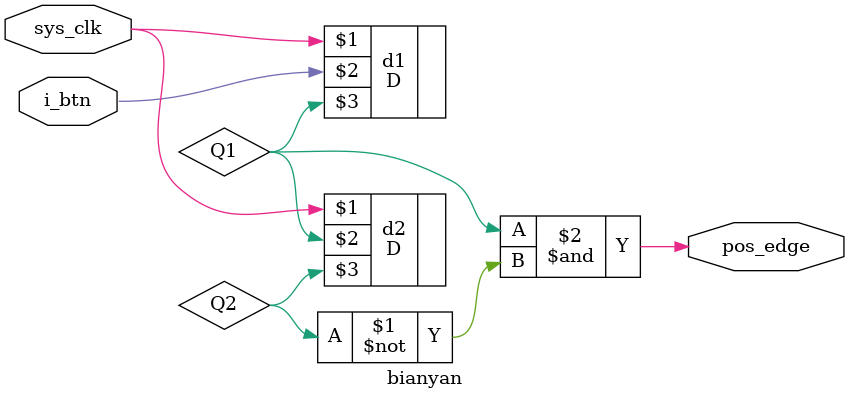
<source format=sv>
`timescale 1ns / 1ps


module bianyan(
    input sys_clk,
    input i_btn,
    output pos_edge
    );
    logic Q1,Q2;
    D d1(sys_clk,i_btn,Q1);
    D d2(sys_clk,Q1,Q2);
    assign pos_edge=Q1&~Q2;
endmodule

</source>
